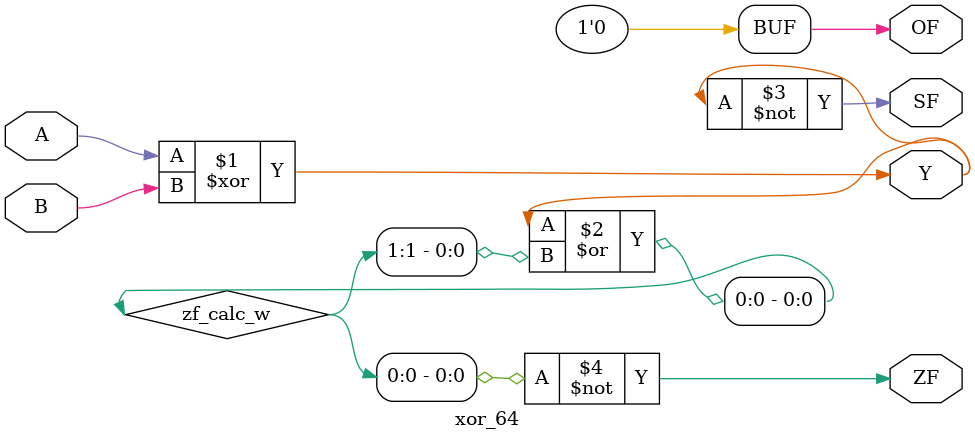
<source format=v>
module xor_64 #(parameter WIDTH = 1)(Y,A,B,OF,ZF,SF);

input [0:WIDTH - 1] A, B;
output [0:WIDTH - 1] Y;
wire [0:WIDTH] zf_calc_w;
output OF, ZF, SF;
assign OF = 0;

genvar i;

generate
	for (i = WIDTH - 1; i >= 0; i = i - 1) begin
		xor xor_i(Y[i],A[i],B[i]);
	end
endgenerate

generate
	for (i = WIDTH - 1; i >= 0; i = i - 1) begin
		or zf_i(zf_calc_w[i],Y[i],zf_calc_w[i + 1]);
	end
endgenerate

not sf_calc(SF,Y[0]); //Sign Flag
not zf_calc(ZF,zf_calc_w[0]); //Zero Flag

endmodule
</source>
